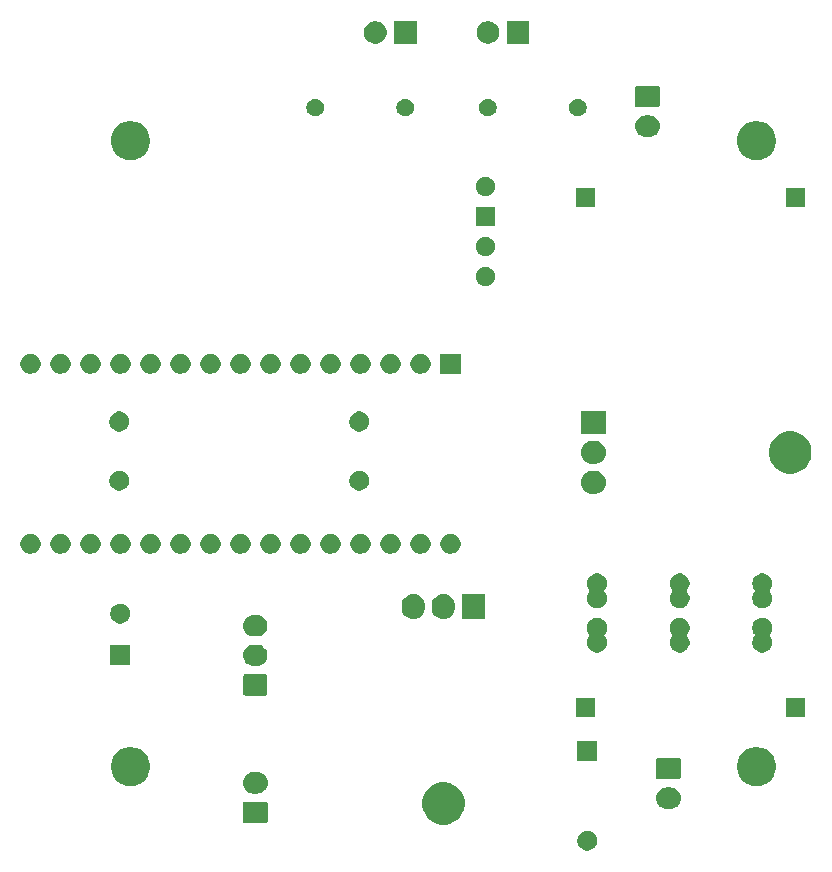
<source format=gbr>
G04 #@! TF.GenerationSoftware,KiCad,Pcbnew,5.1.5*
G04 #@! TF.CreationDate,2020-05-31T22:52:18+02:00*
G04 #@! TF.ProjectId,Levitator,4c657669-7461-4746-9f72-2e6b69636164,rev?*
G04 #@! TF.SameCoordinates,Original*
G04 #@! TF.FileFunction,Soldermask,Top*
G04 #@! TF.FilePolarity,Negative*
%FSLAX46Y46*%
G04 Gerber Fmt 4.6, Leading zero omitted, Abs format (unit mm)*
G04 Created by KiCad (PCBNEW 5.1.5) date 2020-05-31 22:52:18*
%MOMM*%
%LPD*%
G04 APERTURE LIST*
%ADD10C,0.100000*%
G04 APERTURE END LIST*
D10*
G36*
X171290228Y-131147703D02*
G01*
X171445100Y-131211853D01*
X171584481Y-131304985D01*
X171703015Y-131423519D01*
X171796147Y-131562900D01*
X171860297Y-131717772D01*
X171893000Y-131882184D01*
X171893000Y-132049816D01*
X171860297Y-132214228D01*
X171796147Y-132369100D01*
X171703015Y-132508481D01*
X171584481Y-132627015D01*
X171445100Y-132720147D01*
X171290228Y-132784297D01*
X171125816Y-132817000D01*
X170958184Y-132817000D01*
X170793772Y-132784297D01*
X170638900Y-132720147D01*
X170499519Y-132627015D01*
X170380985Y-132508481D01*
X170287853Y-132369100D01*
X170223703Y-132214228D01*
X170191000Y-132049816D01*
X170191000Y-131882184D01*
X170223703Y-131717772D01*
X170287853Y-131562900D01*
X170380985Y-131423519D01*
X170499519Y-131304985D01*
X170638900Y-131211853D01*
X170793772Y-131147703D01*
X170958184Y-131115000D01*
X171125816Y-131115000D01*
X171290228Y-131147703D01*
G37*
G36*
X159375331Y-127082211D02*
G01*
X159703092Y-127217974D01*
X159998070Y-127415072D01*
X160248928Y-127665930D01*
X160446026Y-127960908D01*
X160581789Y-128288669D01*
X160651000Y-128636616D01*
X160651000Y-128991384D01*
X160581789Y-129339331D01*
X160446026Y-129667092D01*
X160248928Y-129962070D01*
X159998070Y-130212928D01*
X159703092Y-130410026D01*
X159375331Y-130545789D01*
X159027384Y-130615000D01*
X158672616Y-130615000D01*
X158324669Y-130545789D01*
X157996908Y-130410026D01*
X157701930Y-130212928D01*
X157451072Y-129962070D01*
X157253974Y-129667092D01*
X157118211Y-129339331D01*
X157049000Y-128991384D01*
X157049000Y-128636616D01*
X157118211Y-128288669D01*
X157253974Y-127960908D01*
X157451072Y-127665930D01*
X157701930Y-127415072D01*
X157996908Y-127217974D01*
X158324669Y-127082211D01*
X158672616Y-127013000D01*
X159027384Y-127013000D01*
X159375331Y-127082211D01*
G37*
G36*
X143833600Y-128682989D02*
G01*
X143866652Y-128693015D01*
X143897103Y-128709292D01*
X143923799Y-128731201D01*
X143945708Y-128757897D01*
X143961985Y-128788348D01*
X143972011Y-128821400D01*
X143976000Y-128861903D01*
X143976000Y-130298097D01*
X143972011Y-130338600D01*
X143961985Y-130371652D01*
X143945708Y-130402103D01*
X143923799Y-130428799D01*
X143897103Y-130450708D01*
X143866652Y-130466985D01*
X143833600Y-130477011D01*
X143793097Y-130481000D01*
X142056903Y-130481000D01*
X142016400Y-130477011D01*
X141983348Y-130466985D01*
X141952897Y-130450708D01*
X141926201Y-130428799D01*
X141904292Y-130402103D01*
X141888015Y-130371652D01*
X141877989Y-130338600D01*
X141874000Y-130298097D01*
X141874000Y-128861903D01*
X141877989Y-128821400D01*
X141888015Y-128788348D01*
X141904292Y-128757897D01*
X141926201Y-128731201D01*
X141952897Y-128709292D01*
X141983348Y-128693015D01*
X142016400Y-128682989D01*
X142056903Y-128679000D01*
X143793097Y-128679000D01*
X143833600Y-128682989D01*
G37*
G36*
X178160442Y-127475518D02*
G01*
X178226627Y-127482037D01*
X178396466Y-127533557D01*
X178552991Y-127617222D01*
X178588729Y-127646552D01*
X178690186Y-127729814D01*
X178773448Y-127831271D01*
X178802778Y-127867009D01*
X178886443Y-128023534D01*
X178937963Y-128193373D01*
X178955359Y-128370000D01*
X178937963Y-128546627D01*
X178891689Y-128699172D01*
X178886442Y-128716468D01*
X178848021Y-128788348D01*
X178802778Y-128872991D01*
X178773448Y-128908729D01*
X178690186Y-129010186D01*
X178588729Y-129093448D01*
X178552991Y-129122778D01*
X178396466Y-129206443D01*
X178226627Y-129257963D01*
X178160442Y-129264482D01*
X178094260Y-129271000D01*
X177705740Y-129271000D01*
X177639558Y-129264482D01*
X177573373Y-129257963D01*
X177403534Y-129206443D01*
X177247009Y-129122778D01*
X177211271Y-129093448D01*
X177109814Y-129010186D01*
X177026552Y-128908729D01*
X176997222Y-128872991D01*
X176951979Y-128788348D01*
X176913558Y-128716468D01*
X176908311Y-128699172D01*
X176862037Y-128546627D01*
X176844641Y-128370000D01*
X176862037Y-128193373D01*
X176913557Y-128023534D01*
X176997222Y-127867009D01*
X177026552Y-127831271D01*
X177109814Y-127729814D01*
X177211271Y-127646552D01*
X177247009Y-127617222D01*
X177403534Y-127533557D01*
X177573373Y-127482037D01*
X177639558Y-127475518D01*
X177705740Y-127469000D01*
X178094260Y-127469000D01*
X178160442Y-127475518D01*
G37*
G36*
X143185442Y-126185518D02*
G01*
X143251627Y-126192037D01*
X143421466Y-126243557D01*
X143577991Y-126327222D01*
X143613729Y-126356552D01*
X143715186Y-126439814D01*
X143798448Y-126541271D01*
X143827778Y-126577009D01*
X143827779Y-126577011D01*
X143889298Y-126692103D01*
X143911443Y-126733534D01*
X143962963Y-126903373D01*
X143980359Y-127080000D01*
X143962963Y-127256627D01*
X143911443Y-127426466D01*
X143827778Y-127582991D01*
X143799686Y-127617221D01*
X143715186Y-127720186D01*
X143613729Y-127803448D01*
X143577991Y-127832778D01*
X143421466Y-127916443D01*
X143251627Y-127967963D01*
X143185442Y-127974482D01*
X143119260Y-127981000D01*
X142730740Y-127981000D01*
X142664558Y-127974482D01*
X142598373Y-127967963D01*
X142428534Y-127916443D01*
X142272009Y-127832778D01*
X142236271Y-127803448D01*
X142134814Y-127720186D01*
X142050314Y-127617221D01*
X142022222Y-127582991D01*
X141938557Y-127426466D01*
X141887037Y-127256627D01*
X141869641Y-127080000D01*
X141887037Y-126903373D01*
X141938557Y-126733534D01*
X141960703Y-126692103D01*
X142022221Y-126577011D01*
X142022222Y-126577009D01*
X142051552Y-126541271D01*
X142134814Y-126439814D01*
X142236271Y-126356552D01*
X142272009Y-126327222D01*
X142428534Y-126243557D01*
X142598373Y-126192037D01*
X142664558Y-126185518D01*
X142730740Y-126179000D01*
X143119260Y-126179000D01*
X143185442Y-126185518D01*
G37*
G36*
X132725256Y-124091298D02*
G01*
X132831579Y-124112447D01*
X133132042Y-124236903D01*
X133402451Y-124417585D01*
X133632415Y-124647549D01*
X133632416Y-124647551D01*
X133813098Y-124917960D01*
X133840045Y-124983015D01*
X133937553Y-125218421D01*
X134001000Y-125537391D01*
X134001000Y-125862609D01*
X133937553Y-126181579D01*
X133849550Y-126394037D01*
X133830589Y-126439814D01*
X133813097Y-126482042D01*
X133632415Y-126752451D01*
X133402451Y-126982415D01*
X133132042Y-127163097D01*
X132831579Y-127287553D01*
X132725256Y-127308702D01*
X132512611Y-127351000D01*
X132187389Y-127351000D01*
X131974744Y-127308702D01*
X131868421Y-127287553D01*
X131567958Y-127163097D01*
X131297549Y-126982415D01*
X131067585Y-126752451D01*
X130886903Y-126482042D01*
X130869412Y-126439814D01*
X130850450Y-126394037D01*
X130762447Y-126181579D01*
X130699000Y-125862609D01*
X130699000Y-125537391D01*
X130762447Y-125218421D01*
X130859955Y-124983015D01*
X130886902Y-124917960D01*
X131067584Y-124647551D01*
X131067585Y-124647549D01*
X131297549Y-124417585D01*
X131567958Y-124236903D01*
X131868421Y-124112447D01*
X131974744Y-124091298D01*
X132187389Y-124049000D01*
X132512611Y-124049000D01*
X132725256Y-124091298D01*
G37*
G36*
X185725256Y-124091298D02*
G01*
X185831579Y-124112447D01*
X186132042Y-124236903D01*
X186402451Y-124417585D01*
X186632415Y-124647549D01*
X186632416Y-124647551D01*
X186813098Y-124917960D01*
X186840045Y-124983015D01*
X186937553Y-125218421D01*
X187001000Y-125537391D01*
X187001000Y-125862609D01*
X186937553Y-126181579D01*
X186849550Y-126394037D01*
X186830589Y-126439814D01*
X186813097Y-126482042D01*
X186632415Y-126752451D01*
X186402451Y-126982415D01*
X186132042Y-127163097D01*
X185831579Y-127287553D01*
X185725256Y-127308702D01*
X185512611Y-127351000D01*
X185187389Y-127351000D01*
X184974744Y-127308702D01*
X184868421Y-127287553D01*
X184567958Y-127163097D01*
X184297549Y-126982415D01*
X184067585Y-126752451D01*
X183886903Y-126482042D01*
X183869412Y-126439814D01*
X183850450Y-126394037D01*
X183762447Y-126181579D01*
X183699000Y-125862609D01*
X183699000Y-125537391D01*
X183762447Y-125218421D01*
X183859955Y-124983015D01*
X183886902Y-124917960D01*
X184067584Y-124647551D01*
X184067585Y-124647549D01*
X184297549Y-124417585D01*
X184567958Y-124236903D01*
X184868421Y-124112447D01*
X184974744Y-124091298D01*
X185187389Y-124049000D01*
X185512611Y-124049000D01*
X185725256Y-124091298D01*
G37*
G36*
X178808600Y-124972989D02*
G01*
X178841652Y-124983015D01*
X178872103Y-124999292D01*
X178898799Y-125021201D01*
X178920708Y-125047897D01*
X178936985Y-125078348D01*
X178947011Y-125111400D01*
X178951000Y-125151903D01*
X178951000Y-126588097D01*
X178947011Y-126628600D01*
X178936985Y-126661652D01*
X178920708Y-126692103D01*
X178898799Y-126718799D01*
X178872103Y-126740708D01*
X178841652Y-126756985D01*
X178808600Y-126767011D01*
X178768097Y-126771000D01*
X177031903Y-126771000D01*
X176991400Y-126767011D01*
X176958348Y-126756985D01*
X176927897Y-126740708D01*
X176901201Y-126718799D01*
X176879292Y-126692103D01*
X176863015Y-126661652D01*
X176852989Y-126628600D01*
X176849000Y-126588097D01*
X176849000Y-125151903D01*
X176852989Y-125111400D01*
X176863015Y-125078348D01*
X176879292Y-125047897D01*
X176901201Y-125021201D01*
X176927897Y-124999292D01*
X176958348Y-124983015D01*
X176991400Y-124972989D01*
X177031903Y-124969000D01*
X178768097Y-124969000D01*
X178808600Y-124972989D01*
G37*
G36*
X171893000Y-125197000D02*
G01*
X170191000Y-125197000D01*
X170191000Y-123495000D01*
X171893000Y-123495000D01*
X171893000Y-125197000D01*
G37*
G36*
X171678000Y-121503000D02*
G01*
X170052000Y-121503000D01*
X170052000Y-119877000D01*
X171678000Y-119877000D01*
X171678000Y-121503000D01*
G37*
G36*
X189458000Y-121503000D02*
G01*
X187832000Y-121503000D01*
X187832000Y-119877000D01*
X189458000Y-119877000D01*
X189458000Y-121503000D01*
G37*
G36*
X143808600Y-117887989D02*
G01*
X143841652Y-117898015D01*
X143872103Y-117914292D01*
X143898799Y-117936201D01*
X143920708Y-117962897D01*
X143936985Y-117993348D01*
X143947011Y-118026400D01*
X143951000Y-118066903D01*
X143951000Y-119503097D01*
X143947011Y-119543600D01*
X143936985Y-119576652D01*
X143920708Y-119607103D01*
X143898799Y-119633799D01*
X143872103Y-119655708D01*
X143841652Y-119671985D01*
X143808600Y-119682011D01*
X143768097Y-119686000D01*
X142081903Y-119686000D01*
X142041400Y-119682011D01*
X142008348Y-119671985D01*
X141977897Y-119655708D01*
X141951201Y-119633799D01*
X141929292Y-119607103D01*
X141913015Y-119576652D01*
X141902989Y-119543600D01*
X141899000Y-119503097D01*
X141899000Y-118066903D01*
X141902989Y-118026400D01*
X141913015Y-117993348D01*
X141929292Y-117962897D01*
X141951201Y-117936201D01*
X141977897Y-117914292D01*
X142008348Y-117898015D01*
X142041400Y-117887989D01*
X142081903Y-117884000D01*
X143768097Y-117884000D01*
X143808600Y-117887989D01*
G37*
G36*
X143160442Y-115390518D02*
G01*
X143226627Y-115397037D01*
X143396466Y-115448557D01*
X143552991Y-115532222D01*
X143588729Y-115561552D01*
X143690186Y-115644814D01*
X143770337Y-115742480D01*
X143802778Y-115782009D01*
X143886443Y-115938534D01*
X143937963Y-116108373D01*
X143955359Y-116285000D01*
X143937963Y-116461627D01*
X143886443Y-116631466D01*
X143802778Y-116787991D01*
X143773448Y-116823729D01*
X143690186Y-116925186D01*
X143588729Y-117008448D01*
X143552991Y-117037778D01*
X143396466Y-117121443D01*
X143226627Y-117172963D01*
X143160442Y-117179482D01*
X143094260Y-117186000D01*
X142755740Y-117186000D01*
X142689558Y-117179482D01*
X142623373Y-117172963D01*
X142453534Y-117121443D01*
X142297009Y-117037778D01*
X142261271Y-117008448D01*
X142159814Y-116925186D01*
X142076552Y-116823729D01*
X142047222Y-116787991D01*
X141963557Y-116631466D01*
X141912037Y-116461627D01*
X141894641Y-116285000D01*
X141912037Y-116108373D01*
X141963557Y-115938534D01*
X142047222Y-115782009D01*
X142079663Y-115742480D01*
X142159814Y-115644814D01*
X142261271Y-115561552D01*
X142297009Y-115532222D01*
X142453534Y-115448557D01*
X142623373Y-115397037D01*
X142689558Y-115390518D01*
X142755740Y-115384000D01*
X143094260Y-115384000D01*
X143160442Y-115390518D01*
G37*
G36*
X132346000Y-117096000D02*
G01*
X130644000Y-117096000D01*
X130644000Y-115394000D01*
X132346000Y-115394000D01*
X132346000Y-117096000D01*
G37*
G36*
X186098228Y-113131703D02*
G01*
X186253100Y-113195853D01*
X186392481Y-113288985D01*
X186511015Y-113407519D01*
X186604147Y-113546900D01*
X186668297Y-113701772D01*
X186701000Y-113866184D01*
X186701000Y-114033816D01*
X186668297Y-114198228D01*
X186604147Y-114353100D01*
X186511015Y-114492481D01*
X186511011Y-114492485D01*
X186506404Y-114499380D01*
X186501338Y-114505554D01*
X186489787Y-114527165D01*
X186482674Y-114550614D01*
X186480272Y-114575000D01*
X186482674Y-114599386D01*
X186489787Y-114622835D01*
X186501338Y-114644446D01*
X186506404Y-114650620D01*
X186511011Y-114657515D01*
X186511015Y-114657519D01*
X186604147Y-114796900D01*
X186668297Y-114951772D01*
X186701000Y-115116184D01*
X186701000Y-115283816D01*
X186668297Y-115448228D01*
X186604147Y-115603100D01*
X186511015Y-115742481D01*
X186392481Y-115861015D01*
X186253100Y-115954147D01*
X186098228Y-116018297D01*
X185933816Y-116051000D01*
X185766184Y-116051000D01*
X185601772Y-116018297D01*
X185446900Y-115954147D01*
X185307519Y-115861015D01*
X185188985Y-115742481D01*
X185095853Y-115603100D01*
X185031703Y-115448228D01*
X184999000Y-115283816D01*
X184999000Y-115116184D01*
X185031703Y-114951772D01*
X185095853Y-114796900D01*
X185188985Y-114657519D01*
X185188989Y-114657515D01*
X185193596Y-114650620D01*
X185198662Y-114644446D01*
X185210213Y-114622835D01*
X185217326Y-114599386D01*
X185219728Y-114575000D01*
X185217326Y-114550614D01*
X185210213Y-114527165D01*
X185198662Y-114505554D01*
X185193596Y-114499380D01*
X185188989Y-114492485D01*
X185188985Y-114492481D01*
X185095853Y-114353100D01*
X185031703Y-114198228D01*
X184999000Y-114033816D01*
X184999000Y-113866184D01*
X185031703Y-113701772D01*
X185095853Y-113546900D01*
X185188985Y-113407519D01*
X185307519Y-113288985D01*
X185446900Y-113195853D01*
X185601772Y-113131703D01*
X185766184Y-113099000D01*
X185933816Y-113099000D01*
X186098228Y-113131703D01*
G37*
G36*
X179098228Y-113131703D02*
G01*
X179253100Y-113195853D01*
X179392481Y-113288985D01*
X179511015Y-113407519D01*
X179604147Y-113546900D01*
X179668297Y-113701772D01*
X179701000Y-113866184D01*
X179701000Y-114033816D01*
X179668297Y-114198228D01*
X179604147Y-114353100D01*
X179511015Y-114492481D01*
X179511011Y-114492485D01*
X179506404Y-114499380D01*
X179501338Y-114505554D01*
X179489787Y-114527165D01*
X179482674Y-114550614D01*
X179480272Y-114575000D01*
X179482674Y-114599386D01*
X179489787Y-114622835D01*
X179501338Y-114644446D01*
X179506404Y-114650620D01*
X179511011Y-114657515D01*
X179511015Y-114657519D01*
X179604147Y-114796900D01*
X179668297Y-114951772D01*
X179701000Y-115116184D01*
X179701000Y-115283816D01*
X179668297Y-115448228D01*
X179604147Y-115603100D01*
X179511015Y-115742481D01*
X179392481Y-115861015D01*
X179253100Y-115954147D01*
X179098228Y-116018297D01*
X178933816Y-116051000D01*
X178766184Y-116051000D01*
X178601772Y-116018297D01*
X178446900Y-115954147D01*
X178307519Y-115861015D01*
X178188985Y-115742481D01*
X178095853Y-115603100D01*
X178031703Y-115448228D01*
X177999000Y-115283816D01*
X177999000Y-115116184D01*
X178031703Y-114951772D01*
X178095853Y-114796900D01*
X178188985Y-114657519D01*
X178188989Y-114657515D01*
X178193596Y-114650620D01*
X178198662Y-114644446D01*
X178210213Y-114622835D01*
X178217326Y-114599386D01*
X178219728Y-114575000D01*
X178217326Y-114550614D01*
X178210213Y-114527165D01*
X178198662Y-114505554D01*
X178193596Y-114499380D01*
X178188989Y-114492485D01*
X178188985Y-114492481D01*
X178095853Y-114353100D01*
X178031703Y-114198228D01*
X177999000Y-114033816D01*
X177999000Y-113866184D01*
X178031703Y-113701772D01*
X178095853Y-113546900D01*
X178188985Y-113407519D01*
X178307519Y-113288985D01*
X178446900Y-113195853D01*
X178601772Y-113131703D01*
X178766184Y-113099000D01*
X178933816Y-113099000D01*
X179098228Y-113131703D01*
G37*
G36*
X172098228Y-113131703D02*
G01*
X172253100Y-113195853D01*
X172392481Y-113288985D01*
X172511015Y-113407519D01*
X172604147Y-113546900D01*
X172668297Y-113701772D01*
X172701000Y-113866184D01*
X172701000Y-114033816D01*
X172668297Y-114198228D01*
X172604147Y-114353100D01*
X172511015Y-114492481D01*
X172511011Y-114492485D01*
X172506404Y-114499380D01*
X172501338Y-114505554D01*
X172489787Y-114527165D01*
X172482674Y-114550614D01*
X172480272Y-114575000D01*
X172482674Y-114599386D01*
X172489787Y-114622835D01*
X172501338Y-114644446D01*
X172506404Y-114650620D01*
X172511011Y-114657515D01*
X172511015Y-114657519D01*
X172604147Y-114796900D01*
X172668297Y-114951772D01*
X172701000Y-115116184D01*
X172701000Y-115283816D01*
X172668297Y-115448228D01*
X172604147Y-115603100D01*
X172511015Y-115742481D01*
X172392481Y-115861015D01*
X172253100Y-115954147D01*
X172098228Y-116018297D01*
X171933816Y-116051000D01*
X171766184Y-116051000D01*
X171601772Y-116018297D01*
X171446900Y-115954147D01*
X171307519Y-115861015D01*
X171188985Y-115742481D01*
X171095853Y-115603100D01*
X171031703Y-115448228D01*
X170999000Y-115283816D01*
X170999000Y-115116184D01*
X171031703Y-114951772D01*
X171095853Y-114796900D01*
X171188985Y-114657519D01*
X171188989Y-114657515D01*
X171193596Y-114650620D01*
X171198662Y-114644446D01*
X171210213Y-114622835D01*
X171217326Y-114599386D01*
X171219728Y-114575000D01*
X171217326Y-114550614D01*
X171210213Y-114527165D01*
X171198662Y-114505554D01*
X171193596Y-114499380D01*
X171188989Y-114492485D01*
X171188985Y-114492481D01*
X171095853Y-114353100D01*
X171031703Y-114198228D01*
X170999000Y-114033816D01*
X170999000Y-113866184D01*
X171031703Y-113701772D01*
X171095853Y-113546900D01*
X171188985Y-113407519D01*
X171307519Y-113288985D01*
X171446900Y-113195853D01*
X171601772Y-113131703D01*
X171766184Y-113099000D01*
X171933816Y-113099000D01*
X172098228Y-113131703D01*
G37*
G36*
X143160443Y-112890519D02*
G01*
X143226627Y-112897037D01*
X143396466Y-112948557D01*
X143552991Y-113032222D01*
X143562367Y-113039917D01*
X143690186Y-113144814D01*
X143773448Y-113246271D01*
X143802778Y-113282009D01*
X143886443Y-113438534D01*
X143937963Y-113608373D01*
X143955359Y-113785000D01*
X143937963Y-113961627D01*
X143886443Y-114131466D01*
X143802778Y-114287991D01*
X143773448Y-114323729D01*
X143690186Y-114425186D01*
X143599779Y-114499380D01*
X143552991Y-114537778D01*
X143396466Y-114621443D01*
X143226627Y-114672963D01*
X143160442Y-114679482D01*
X143094260Y-114686000D01*
X142755740Y-114686000D01*
X142689558Y-114679482D01*
X142623373Y-114672963D01*
X142453534Y-114621443D01*
X142297009Y-114537778D01*
X142250221Y-114499380D01*
X142159814Y-114425186D01*
X142076552Y-114323729D01*
X142047222Y-114287991D01*
X141963557Y-114131466D01*
X141912037Y-113961627D01*
X141894641Y-113785000D01*
X141912037Y-113608373D01*
X141963557Y-113438534D01*
X142047222Y-113282009D01*
X142076552Y-113246271D01*
X142159814Y-113144814D01*
X142287633Y-113039917D01*
X142297009Y-113032222D01*
X142453534Y-112948557D01*
X142623373Y-112897037D01*
X142689557Y-112890519D01*
X142755740Y-112884000D01*
X143094260Y-112884000D01*
X143160443Y-112890519D01*
G37*
G36*
X131743228Y-111926703D02*
G01*
X131898100Y-111990853D01*
X132037481Y-112083985D01*
X132156015Y-112202519D01*
X132249147Y-112341900D01*
X132313297Y-112496772D01*
X132346000Y-112661184D01*
X132346000Y-112828816D01*
X132313297Y-112993228D01*
X132249147Y-113148100D01*
X132156015Y-113287481D01*
X132037481Y-113406015D01*
X131898100Y-113499147D01*
X131743228Y-113563297D01*
X131578816Y-113596000D01*
X131411184Y-113596000D01*
X131246772Y-113563297D01*
X131091900Y-113499147D01*
X130952519Y-113406015D01*
X130833985Y-113287481D01*
X130740853Y-113148100D01*
X130676703Y-112993228D01*
X130644000Y-112828816D01*
X130644000Y-112661184D01*
X130676703Y-112496772D01*
X130740853Y-112341900D01*
X130833985Y-112202519D01*
X130952519Y-112083985D01*
X131091900Y-111990853D01*
X131246772Y-111926703D01*
X131411184Y-111894000D01*
X131578816Y-111894000D01*
X131743228Y-111926703D01*
G37*
G36*
X156506720Y-111117520D02*
G01*
X156695881Y-111174901D01*
X156870212Y-111268083D01*
X157023015Y-111393485D01*
X157148417Y-111546288D01*
X157192182Y-111628167D01*
X157241598Y-111720617D01*
X157241599Y-111720620D01*
X157298980Y-111909781D01*
X157313500Y-112057207D01*
X157313500Y-112250794D01*
X157298980Y-112398220D01*
X157241599Y-112587381D01*
X157148417Y-112761712D01*
X157023015Y-112914515D01*
X156870212Y-113039917D01*
X156788333Y-113083682D01*
X156695883Y-113133098D01*
X156695880Y-113133099D01*
X156506719Y-113190480D01*
X156310000Y-113209855D01*
X156113280Y-113190480D01*
X155924119Y-113133099D01*
X155749788Y-113039917D01*
X155596985Y-112914515D01*
X155471583Y-112761712D01*
X155417850Y-112661184D01*
X155378402Y-112587383D01*
X155350916Y-112496772D01*
X155321020Y-112398219D01*
X155306500Y-112250793D01*
X155306500Y-112057206D01*
X155321020Y-111909780D01*
X155378401Y-111720619D01*
X155471583Y-111546288D01*
X155596985Y-111393485D01*
X155749788Y-111268083D01*
X155924120Y-111174901D01*
X156113281Y-111117520D01*
X156310000Y-111098145D01*
X156506720Y-111117520D01*
G37*
G36*
X159046720Y-111117520D02*
G01*
X159235881Y-111174901D01*
X159410212Y-111268083D01*
X159563015Y-111393485D01*
X159688417Y-111546288D01*
X159732182Y-111628167D01*
X159781598Y-111720617D01*
X159781599Y-111720620D01*
X159838980Y-111909781D01*
X159853500Y-112057207D01*
X159853500Y-112250794D01*
X159838980Y-112398220D01*
X159781599Y-112587381D01*
X159688417Y-112761712D01*
X159563015Y-112914515D01*
X159410212Y-113039917D01*
X159328333Y-113083682D01*
X159235883Y-113133098D01*
X159235880Y-113133099D01*
X159046719Y-113190480D01*
X158850000Y-113209855D01*
X158653280Y-113190480D01*
X158464119Y-113133099D01*
X158289788Y-113039917D01*
X158136985Y-112914515D01*
X158011583Y-112761712D01*
X157957850Y-112661184D01*
X157918402Y-112587383D01*
X157890916Y-112496772D01*
X157861020Y-112398219D01*
X157846500Y-112250793D01*
X157846500Y-112057206D01*
X157861020Y-111909780D01*
X157918401Y-111720619D01*
X158011583Y-111546288D01*
X158136985Y-111393485D01*
X158289788Y-111268083D01*
X158464120Y-111174901D01*
X158653281Y-111117520D01*
X158850000Y-111098145D01*
X159046720Y-111117520D01*
G37*
G36*
X162393500Y-113205000D02*
G01*
X160386500Y-113205000D01*
X160386500Y-111103000D01*
X162393500Y-111103000D01*
X162393500Y-113205000D01*
G37*
G36*
X179098228Y-109381703D02*
G01*
X179253100Y-109445853D01*
X179392481Y-109538985D01*
X179511015Y-109657519D01*
X179604147Y-109796900D01*
X179668297Y-109951772D01*
X179701000Y-110116184D01*
X179701000Y-110283816D01*
X179668297Y-110448228D01*
X179604147Y-110603100D01*
X179511015Y-110742481D01*
X179511011Y-110742485D01*
X179506404Y-110749380D01*
X179501338Y-110755554D01*
X179489787Y-110777165D01*
X179482674Y-110800614D01*
X179480272Y-110825000D01*
X179482674Y-110849386D01*
X179489787Y-110872835D01*
X179501338Y-110894446D01*
X179506404Y-110900620D01*
X179511011Y-110907515D01*
X179511015Y-110907519D01*
X179604147Y-111046900D01*
X179668297Y-111201772D01*
X179701000Y-111366184D01*
X179701000Y-111533816D01*
X179668297Y-111698228D01*
X179604147Y-111853100D01*
X179511015Y-111992481D01*
X179392481Y-112111015D01*
X179253100Y-112204147D01*
X179098228Y-112268297D01*
X178933816Y-112301000D01*
X178766184Y-112301000D01*
X178601772Y-112268297D01*
X178446900Y-112204147D01*
X178307519Y-112111015D01*
X178188985Y-111992481D01*
X178095853Y-111853100D01*
X178031703Y-111698228D01*
X177999000Y-111533816D01*
X177999000Y-111366184D01*
X178031703Y-111201772D01*
X178095853Y-111046900D01*
X178188985Y-110907519D01*
X178188989Y-110907515D01*
X178193596Y-110900620D01*
X178198662Y-110894446D01*
X178210213Y-110872835D01*
X178217326Y-110849386D01*
X178219728Y-110825000D01*
X178217326Y-110800614D01*
X178210213Y-110777165D01*
X178198662Y-110755554D01*
X178193596Y-110749380D01*
X178188989Y-110742485D01*
X178188985Y-110742481D01*
X178095853Y-110603100D01*
X178031703Y-110448228D01*
X177999000Y-110283816D01*
X177999000Y-110116184D01*
X178031703Y-109951772D01*
X178095853Y-109796900D01*
X178188985Y-109657519D01*
X178307519Y-109538985D01*
X178446900Y-109445853D01*
X178601772Y-109381703D01*
X178766184Y-109349000D01*
X178933816Y-109349000D01*
X179098228Y-109381703D01*
G37*
G36*
X172098228Y-109381703D02*
G01*
X172253100Y-109445853D01*
X172392481Y-109538985D01*
X172511015Y-109657519D01*
X172604147Y-109796900D01*
X172668297Y-109951772D01*
X172701000Y-110116184D01*
X172701000Y-110283816D01*
X172668297Y-110448228D01*
X172604147Y-110603100D01*
X172511015Y-110742481D01*
X172511011Y-110742485D01*
X172506404Y-110749380D01*
X172501338Y-110755554D01*
X172489787Y-110777165D01*
X172482674Y-110800614D01*
X172480272Y-110825000D01*
X172482674Y-110849386D01*
X172489787Y-110872835D01*
X172501338Y-110894446D01*
X172506404Y-110900620D01*
X172511011Y-110907515D01*
X172511015Y-110907519D01*
X172604147Y-111046900D01*
X172668297Y-111201772D01*
X172701000Y-111366184D01*
X172701000Y-111533816D01*
X172668297Y-111698228D01*
X172604147Y-111853100D01*
X172511015Y-111992481D01*
X172392481Y-112111015D01*
X172253100Y-112204147D01*
X172098228Y-112268297D01*
X171933816Y-112301000D01*
X171766184Y-112301000D01*
X171601772Y-112268297D01*
X171446900Y-112204147D01*
X171307519Y-112111015D01*
X171188985Y-111992481D01*
X171095853Y-111853100D01*
X171031703Y-111698228D01*
X170999000Y-111533816D01*
X170999000Y-111366184D01*
X171031703Y-111201772D01*
X171095853Y-111046900D01*
X171188985Y-110907519D01*
X171188989Y-110907515D01*
X171193596Y-110900620D01*
X171198662Y-110894446D01*
X171210213Y-110872835D01*
X171217326Y-110849386D01*
X171219728Y-110825000D01*
X171217326Y-110800614D01*
X171210213Y-110777165D01*
X171198662Y-110755554D01*
X171193596Y-110749380D01*
X171188989Y-110742485D01*
X171188985Y-110742481D01*
X171095853Y-110603100D01*
X171031703Y-110448228D01*
X170999000Y-110283816D01*
X170999000Y-110116184D01*
X171031703Y-109951772D01*
X171095853Y-109796900D01*
X171188985Y-109657519D01*
X171307519Y-109538985D01*
X171446900Y-109445853D01*
X171601772Y-109381703D01*
X171766184Y-109349000D01*
X171933816Y-109349000D01*
X172098228Y-109381703D01*
G37*
G36*
X186098228Y-109381703D02*
G01*
X186253100Y-109445853D01*
X186392481Y-109538985D01*
X186511015Y-109657519D01*
X186604147Y-109796900D01*
X186668297Y-109951772D01*
X186701000Y-110116184D01*
X186701000Y-110283816D01*
X186668297Y-110448228D01*
X186604147Y-110603100D01*
X186511015Y-110742481D01*
X186511011Y-110742485D01*
X186506404Y-110749380D01*
X186501338Y-110755554D01*
X186489787Y-110777165D01*
X186482674Y-110800614D01*
X186480272Y-110825000D01*
X186482674Y-110849386D01*
X186489787Y-110872835D01*
X186501338Y-110894446D01*
X186506404Y-110900620D01*
X186511011Y-110907515D01*
X186511015Y-110907519D01*
X186604147Y-111046900D01*
X186668297Y-111201772D01*
X186701000Y-111366184D01*
X186701000Y-111533816D01*
X186668297Y-111698228D01*
X186604147Y-111853100D01*
X186511015Y-111992481D01*
X186392481Y-112111015D01*
X186253100Y-112204147D01*
X186098228Y-112268297D01*
X185933816Y-112301000D01*
X185766184Y-112301000D01*
X185601772Y-112268297D01*
X185446900Y-112204147D01*
X185307519Y-112111015D01*
X185188985Y-111992481D01*
X185095853Y-111853100D01*
X185031703Y-111698228D01*
X184999000Y-111533816D01*
X184999000Y-111366184D01*
X185031703Y-111201772D01*
X185095853Y-111046900D01*
X185188985Y-110907519D01*
X185188989Y-110907515D01*
X185193596Y-110900620D01*
X185198662Y-110894446D01*
X185210213Y-110872835D01*
X185217326Y-110849386D01*
X185219728Y-110825000D01*
X185217326Y-110800614D01*
X185210213Y-110777165D01*
X185198662Y-110755554D01*
X185193596Y-110749380D01*
X185188989Y-110742485D01*
X185188985Y-110742481D01*
X185095853Y-110603100D01*
X185031703Y-110448228D01*
X184999000Y-110283816D01*
X184999000Y-110116184D01*
X185031703Y-109951772D01*
X185095853Y-109796900D01*
X185188985Y-109657519D01*
X185307519Y-109538985D01*
X185446900Y-109445853D01*
X185601772Y-109381703D01*
X185766184Y-109349000D01*
X185933816Y-109349000D01*
X186098228Y-109381703D01*
G37*
G36*
X152078228Y-106021703D02*
G01*
X152233100Y-106085853D01*
X152372481Y-106178985D01*
X152491015Y-106297519D01*
X152584147Y-106436900D01*
X152648297Y-106591772D01*
X152681000Y-106756184D01*
X152681000Y-106923816D01*
X152648297Y-107088228D01*
X152584147Y-107243100D01*
X152491015Y-107382481D01*
X152372481Y-107501015D01*
X152233100Y-107594147D01*
X152078228Y-107658297D01*
X151913816Y-107691000D01*
X151746184Y-107691000D01*
X151581772Y-107658297D01*
X151426900Y-107594147D01*
X151287519Y-107501015D01*
X151168985Y-107382481D01*
X151075853Y-107243100D01*
X151011703Y-107088228D01*
X150979000Y-106923816D01*
X150979000Y-106756184D01*
X151011703Y-106591772D01*
X151075853Y-106436900D01*
X151168985Y-106297519D01*
X151287519Y-106178985D01*
X151426900Y-106085853D01*
X151581772Y-106021703D01*
X151746184Y-105989000D01*
X151913816Y-105989000D01*
X152078228Y-106021703D01*
G37*
G36*
X141918228Y-106021703D02*
G01*
X142073100Y-106085853D01*
X142212481Y-106178985D01*
X142331015Y-106297519D01*
X142424147Y-106436900D01*
X142488297Y-106591772D01*
X142521000Y-106756184D01*
X142521000Y-106923816D01*
X142488297Y-107088228D01*
X142424147Y-107243100D01*
X142331015Y-107382481D01*
X142212481Y-107501015D01*
X142073100Y-107594147D01*
X141918228Y-107658297D01*
X141753816Y-107691000D01*
X141586184Y-107691000D01*
X141421772Y-107658297D01*
X141266900Y-107594147D01*
X141127519Y-107501015D01*
X141008985Y-107382481D01*
X140915853Y-107243100D01*
X140851703Y-107088228D01*
X140819000Y-106923816D01*
X140819000Y-106756184D01*
X140851703Y-106591772D01*
X140915853Y-106436900D01*
X141008985Y-106297519D01*
X141127519Y-106178985D01*
X141266900Y-106085853D01*
X141421772Y-106021703D01*
X141586184Y-105989000D01*
X141753816Y-105989000D01*
X141918228Y-106021703D01*
G37*
G36*
X139378228Y-106021703D02*
G01*
X139533100Y-106085853D01*
X139672481Y-106178985D01*
X139791015Y-106297519D01*
X139884147Y-106436900D01*
X139948297Y-106591772D01*
X139981000Y-106756184D01*
X139981000Y-106923816D01*
X139948297Y-107088228D01*
X139884147Y-107243100D01*
X139791015Y-107382481D01*
X139672481Y-107501015D01*
X139533100Y-107594147D01*
X139378228Y-107658297D01*
X139213816Y-107691000D01*
X139046184Y-107691000D01*
X138881772Y-107658297D01*
X138726900Y-107594147D01*
X138587519Y-107501015D01*
X138468985Y-107382481D01*
X138375853Y-107243100D01*
X138311703Y-107088228D01*
X138279000Y-106923816D01*
X138279000Y-106756184D01*
X138311703Y-106591772D01*
X138375853Y-106436900D01*
X138468985Y-106297519D01*
X138587519Y-106178985D01*
X138726900Y-106085853D01*
X138881772Y-106021703D01*
X139046184Y-105989000D01*
X139213816Y-105989000D01*
X139378228Y-106021703D01*
G37*
G36*
X136838228Y-106021703D02*
G01*
X136993100Y-106085853D01*
X137132481Y-106178985D01*
X137251015Y-106297519D01*
X137344147Y-106436900D01*
X137408297Y-106591772D01*
X137441000Y-106756184D01*
X137441000Y-106923816D01*
X137408297Y-107088228D01*
X137344147Y-107243100D01*
X137251015Y-107382481D01*
X137132481Y-107501015D01*
X136993100Y-107594147D01*
X136838228Y-107658297D01*
X136673816Y-107691000D01*
X136506184Y-107691000D01*
X136341772Y-107658297D01*
X136186900Y-107594147D01*
X136047519Y-107501015D01*
X135928985Y-107382481D01*
X135835853Y-107243100D01*
X135771703Y-107088228D01*
X135739000Y-106923816D01*
X135739000Y-106756184D01*
X135771703Y-106591772D01*
X135835853Y-106436900D01*
X135928985Y-106297519D01*
X136047519Y-106178985D01*
X136186900Y-106085853D01*
X136341772Y-106021703D01*
X136506184Y-105989000D01*
X136673816Y-105989000D01*
X136838228Y-106021703D01*
G37*
G36*
X134298228Y-106021703D02*
G01*
X134453100Y-106085853D01*
X134592481Y-106178985D01*
X134711015Y-106297519D01*
X134804147Y-106436900D01*
X134868297Y-106591772D01*
X134901000Y-106756184D01*
X134901000Y-106923816D01*
X134868297Y-107088228D01*
X134804147Y-107243100D01*
X134711015Y-107382481D01*
X134592481Y-107501015D01*
X134453100Y-107594147D01*
X134298228Y-107658297D01*
X134133816Y-107691000D01*
X133966184Y-107691000D01*
X133801772Y-107658297D01*
X133646900Y-107594147D01*
X133507519Y-107501015D01*
X133388985Y-107382481D01*
X133295853Y-107243100D01*
X133231703Y-107088228D01*
X133199000Y-106923816D01*
X133199000Y-106756184D01*
X133231703Y-106591772D01*
X133295853Y-106436900D01*
X133388985Y-106297519D01*
X133507519Y-106178985D01*
X133646900Y-106085853D01*
X133801772Y-106021703D01*
X133966184Y-105989000D01*
X134133816Y-105989000D01*
X134298228Y-106021703D01*
G37*
G36*
X131758228Y-106021703D02*
G01*
X131913100Y-106085853D01*
X132052481Y-106178985D01*
X132171015Y-106297519D01*
X132264147Y-106436900D01*
X132328297Y-106591772D01*
X132361000Y-106756184D01*
X132361000Y-106923816D01*
X132328297Y-107088228D01*
X132264147Y-107243100D01*
X132171015Y-107382481D01*
X132052481Y-107501015D01*
X131913100Y-107594147D01*
X131758228Y-107658297D01*
X131593816Y-107691000D01*
X131426184Y-107691000D01*
X131261772Y-107658297D01*
X131106900Y-107594147D01*
X130967519Y-107501015D01*
X130848985Y-107382481D01*
X130755853Y-107243100D01*
X130691703Y-107088228D01*
X130659000Y-106923816D01*
X130659000Y-106756184D01*
X130691703Y-106591772D01*
X130755853Y-106436900D01*
X130848985Y-106297519D01*
X130967519Y-106178985D01*
X131106900Y-106085853D01*
X131261772Y-106021703D01*
X131426184Y-105989000D01*
X131593816Y-105989000D01*
X131758228Y-106021703D01*
G37*
G36*
X129218228Y-106021703D02*
G01*
X129373100Y-106085853D01*
X129512481Y-106178985D01*
X129631015Y-106297519D01*
X129724147Y-106436900D01*
X129788297Y-106591772D01*
X129821000Y-106756184D01*
X129821000Y-106923816D01*
X129788297Y-107088228D01*
X129724147Y-107243100D01*
X129631015Y-107382481D01*
X129512481Y-107501015D01*
X129373100Y-107594147D01*
X129218228Y-107658297D01*
X129053816Y-107691000D01*
X128886184Y-107691000D01*
X128721772Y-107658297D01*
X128566900Y-107594147D01*
X128427519Y-107501015D01*
X128308985Y-107382481D01*
X128215853Y-107243100D01*
X128151703Y-107088228D01*
X128119000Y-106923816D01*
X128119000Y-106756184D01*
X128151703Y-106591772D01*
X128215853Y-106436900D01*
X128308985Y-106297519D01*
X128427519Y-106178985D01*
X128566900Y-106085853D01*
X128721772Y-106021703D01*
X128886184Y-105989000D01*
X129053816Y-105989000D01*
X129218228Y-106021703D01*
G37*
G36*
X126678228Y-106021703D02*
G01*
X126833100Y-106085853D01*
X126972481Y-106178985D01*
X127091015Y-106297519D01*
X127184147Y-106436900D01*
X127248297Y-106591772D01*
X127281000Y-106756184D01*
X127281000Y-106923816D01*
X127248297Y-107088228D01*
X127184147Y-107243100D01*
X127091015Y-107382481D01*
X126972481Y-107501015D01*
X126833100Y-107594147D01*
X126678228Y-107658297D01*
X126513816Y-107691000D01*
X126346184Y-107691000D01*
X126181772Y-107658297D01*
X126026900Y-107594147D01*
X125887519Y-107501015D01*
X125768985Y-107382481D01*
X125675853Y-107243100D01*
X125611703Y-107088228D01*
X125579000Y-106923816D01*
X125579000Y-106756184D01*
X125611703Y-106591772D01*
X125675853Y-106436900D01*
X125768985Y-106297519D01*
X125887519Y-106178985D01*
X126026900Y-106085853D01*
X126181772Y-106021703D01*
X126346184Y-105989000D01*
X126513816Y-105989000D01*
X126678228Y-106021703D01*
G37*
G36*
X149538228Y-106021703D02*
G01*
X149693100Y-106085853D01*
X149832481Y-106178985D01*
X149951015Y-106297519D01*
X150044147Y-106436900D01*
X150108297Y-106591772D01*
X150141000Y-106756184D01*
X150141000Y-106923816D01*
X150108297Y-107088228D01*
X150044147Y-107243100D01*
X149951015Y-107382481D01*
X149832481Y-107501015D01*
X149693100Y-107594147D01*
X149538228Y-107658297D01*
X149373816Y-107691000D01*
X149206184Y-107691000D01*
X149041772Y-107658297D01*
X148886900Y-107594147D01*
X148747519Y-107501015D01*
X148628985Y-107382481D01*
X148535853Y-107243100D01*
X148471703Y-107088228D01*
X148439000Y-106923816D01*
X148439000Y-106756184D01*
X148471703Y-106591772D01*
X148535853Y-106436900D01*
X148628985Y-106297519D01*
X148747519Y-106178985D01*
X148886900Y-106085853D01*
X149041772Y-106021703D01*
X149206184Y-105989000D01*
X149373816Y-105989000D01*
X149538228Y-106021703D01*
G37*
G36*
X146998228Y-106021703D02*
G01*
X147153100Y-106085853D01*
X147292481Y-106178985D01*
X147411015Y-106297519D01*
X147504147Y-106436900D01*
X147568297Y-106591772D01*
X147601000Y-106756184D01*
X147601000Y-106923816D01*
X147568297Y-107088228D01*
X147504147Y-107243100D01*
X147411015Y-107382481D01*
X147292481Y-107501015D01*
X147153100Y-107594147D01*
X146998228Y-107658297D01*
X146833816Y-107691000D01*
X146666184Y-107691000D01*
X146501772Y-107658297D01*
X146346900Y-107594147D01*
X146207519Y-107501015D01*
X146088985Y-107382481D01*
X145995853Y-107243100D01*
X145931703Y-107088228D01*
X145899000Y-106923816D01*
X145899000Y-106756184D01*
X145931703Y-106591772D01*
X145995853Y-106436900D01*
X146088985Y-106297519D01*
X146207519Y-106178985D01*
X146346900Y-106085853D01*
X146501772Y-106021703D01*
X146666184Y-105989000D01*
X146833816Y-105989000D01*
X146998228Y-106021703D01*
G37*
G36*
X157158228Y-106021703D02*
G01*
X157313100Y-106085853D01*
X157452481Y-106178985D01*
X157571015Y-106297519D01*
X157664147Y-106436900D01*
X157728297Y-106591772D01*
X157761000Y-106756184D01*
X157761000Y-106923816D01*
X157728297Y-107088228D01*
X157664147Y-107243100D01*
X157571015Y-107382481D01*
X157452481Y-107501015D01*
X157313100Y-107594147D01*
X157158228Y-107658297D01*
X156993816Y-107691000D01*
X156826184Y-107691000D01*
X156661772Y-107658297D01*
X156506900Y-107594147D01*
X156367519Y-107501015D01*
X156248985Y-107382481D01*
X156155853Y-107243100D01*
X156091703Y-107088228D01*
X156059000Y-106923816D01*
X156059000Y-106756184D01*
X156091703Y-106591772D01*
X156155853Y-106436900D01*
X156248985Y-106297519D01*
X156367519Y-106178985D01*
X156506900Y-106085853D01*
X156661772Y-106021703D01*
X156826184Y-105989000D01*
X156993816Y-105989000D01*
X157158228Y-106021703D01*
G37*
G36*
X154618228Y-106021703D02*
G01*
X154773100Y-106085853D01*
X154912481Y-106178985D01*
X155031015Y-106297519D01*
X155124147Y-106436900D01*
X155188297Y-106591772D01*
X155221000Y-106756184D01*
X155221000Y-106923816D01*
X155188297Y-107088228D01*
X155124147Y-107243100D01*
X155031015Y-107382481D01*
X154912481Y-107501015D01*
X154773100Y-107594147D01*
X154618228Y-107658297D01*
X154453816Y-107691000D01*
X154286184Y-107691000D01*
X154121772Y-107658297D01*
X153966900Y-107594147D01*
X153827519Y-107501015D01*
X153708985Y-107382481D01*
X153615853Y-107243100D01*
X153551703Y-107088228D01*
X153519000Y-106923816D01*
X153519000Y-106756184D01*
X153551703Y-106591772D01*
X153615853Y-106436900D01*
X153708985Y-106297519D01*
X153827519Y-106178985D01*
X153966900Y-106085853D01*
X154121772Y-106021703D01*
X154286184Y-105989000D01*
X154453816Y-105989000D01*
X154618228Y-106021703D01*
G37*
G36*
X124138228Y-106021703D02*
G01*
X124293100Y-106085853D01*
X124432481Y-106178985D01*
X124551015Y-106297519D01*
X124644147Y-106436900D01*
X124708297Y-106591772D01*
X124741000Y-106756184D01*
X124741000Y-106923816D01*
X124708297Y-107088228D01*
X124644147Y-107243100D01*
X124551015Y-107382481D01*
X124432481Y-107501015D01*
X124293100Y-107594147D01*
X124138228Y-107658297D01*
X123973816Y-107691000D01*
X123806184Y-107691000D01*
X123641772Y-107658297D01*
X123486900Y-107594147D01*
X123347519Y-107501015D01*
X123228985Y-107382481D01*
X123135853Y-107243100D01*
X123071703Y-107088228D01*
X123039000Y-106923816D01*
X123039000Y-106756184D01*
X123071703Y-106591772D01*
X123135853Y-106436900D01*
X123228985Y-106297519D01*
X123347519Y-106178985D01*
X123486900Y-106085853D01*
X123641772Y-106021703D01*
X123806184Y-105989000D01*
X123973816Y-105989000D01*
X124138228Y-106021703D01*
G37*
G36*
X159698228Y-106021703D02*
G01*
X159853100Y-106085853D01*
X159992481Y-106178985D01*
X160111015Y-106297519D01*
X160204147Y-106436900D01*
X160268297Y-106591772D01*
X160301000Y-106756184D01*
X160301000Y-106923816D01*
X160268297Y-107088228D01*
X160204147Y-107243100D01*
X160111015Y-107382481D01*
X159992481Y-107501015D01*
X159853100Y-107594147D01*
X159698228Y-107658297D01*
X159533816Y-107691000D01*
X159366184Y-107691000D01*
X159201772Y-107658297D01*
X159046900Y-107594147D01*
X158907519Y-107501015D01*
X158788985Y-107382481D01*
X158695853Y-107243100D01*
X158631703Y-107088228D01*
X158599000Y-106923816D01*
X158599000Y-106756184D01*
X158631703Y-106591772D01*
X158695853Y-106436900D01*
X158788985Y-106297519D01*
X158907519Y-106178985D01*
X159046900Y-106085853D01*
X159201772Y-106021703D01*
X159366184Y-105989000D01*
X159533816Y-105989000D01*
X159698228Y-106021703D01*
G37*
G36*
X144458228Y-106021703D02*
G01*
X144613100Y-106085853D01*
X144752481Y-106178985D01*
X144871015Y-106297519D01*
X144964147Y-106436900D01*
X145028297Y-106591772D01*
X145061000Y-106756184D01*
X145061000Y-106923816D01*
X145028297Y-107088228D01*
X144964147Y-107243100D01*
X144871015Y-107382481D01*
X144752481Y-107501015D01*
X144613100Y-107594147D01*
X144458228Y-107658297D01*
X144293816Y-107691000D01*
X144126184Y-107691000D01*
X143961772Y-107658297D01*
X143806900Y-107594147D01*
X143667519Y-107501015D01*
X143548985Y-107382481D01*
X143455853Y-107243100D01*
X143391703Y-107088228D01*
X143359000Y-106923816D01*
X143359000Y-106756184D01*
X143391703Y-106591772D01*
X143455853Y-106436900D01*
X143548985Y-106297519D01*
X143667519Y-106178985D01*
X143806900Y-106085853D01*
X143961772Y-106021703D01*
X144126184Y-105989000D01*
X144293816Y-105989000D01*
X144458228Y-106021703D01*
G37*
G36*
X171695936Y-100641340D02*
G01*
X171794220Y-100651020D01*
X171983381Y-100708401D01*
X172157712Y-100801583D01*
X172310515Y-100926985D01*
X172435917Y-101079788D01*
X172529099Y-101254119D01*
X172586480Y-101443280D01*
X172605855Y-101640000D01*
X172586480Y-101836720D01*
X172529099Y-102025881D01*
X172435917Y-102200212D01*
X172310515Y-102353015D01*
X172157712Y-102478417D01*
X171983381Y-102571599D01*
X171794220Y-102628980D01*
X171695936Y-102638660D01*
X171646795Y-102643500D01*
X171453205Y-102643500D01*
X171404064Y-102638660D01*
X171305780Y-102628980D01*
X171116619Y-102571599D01*
X170942288Y-102478417D01*
X170789485Y-102353015D01*
X170664083Y-102200212D01*
X170570901Y-102025881D01*
X170513520Y-101836720D01*
X170494145Y-101640000D01*
X170513520Y-101443280D01*
X170570901Y-101254119D01*
X170664083Y-101079788D01*
X170789485Y-100926985D01*
X170942288Y-100801583D01*
X171116619Y-100708401D01*
X171305780Y-100651020D01*
X171404064Y-100641340D01*
X171453205Y-100636500D01*
X171646795Y-100636500D01*
X171695936Y-100641340D01*
G37*
G36*
X131666228Y-100667703D02*
G01*
X131821100Y-100731853D01*
X131960481Y-100824985D01*
X132079015Y-100943519D01*
X132172147Y-101082900D01*
X132236297Y-101237772D01*
X132269000Y-101402184D01*
X132269000Y-101569816D01*
X132236297Y-101734228D01*
X132172147Y-101889100D01*
X132079015Y-102028481D01*
X131960481Y-102147015D01*
X131821100Y-102240147D01*
X131666228Y-102304297D01*
X131501816Y-102337000D01*
X131334184Y-102337000D01*
X131169772Y-102304297D01*
X131014900Y-102240147D01*
X130875519Y-102147015D01*
X130756985Y-102028481D01*
X130663853Y-101889100D01*
X130599703Y-101734228D01*
X130567000Y-101569816D01*
X130567000Y-101402184D01*
X130599703Y-101237772D01*
X130663853Y-101082900D01*
X130756985Y-100943519D01*
X130875519Y-100824985D01*
X131014900Y-100731853D01*
X131169772Y-100667703D01*
X131334184Y-100635000D01*
X131501816Y-100635000D01*
X131666228Y-100667703D01*
G37*
G36*
X151986228Y-100667703D02*
G01*
X152141100Y-100731853D01*
X152280481Y-100824985D01*
X152399015Y-100943519D01*
X152492147Y-101082900D01*
X152556297Y-101237772D01*
X152589000Y-101402184D01*
X152589000Y-101569816D01*
X152556297Y-101734228D01*
X152492147Y-101889100D01*
X152399015Y-102028481D01*
X152280481Y-102147015D01*
X152141100Y-102240147D01*
X151986228Y-102304297D01*
X151821816Y-102337000D01*
X151654184Y-102337000D01*
X151489772Y-102304297D01*
X151334900Y-102240147D01*
X151195519Y-102147015D01*
X151076985Y-102028481D01*
X150983853Y-101889100D01*
X150919703Y-101734228D01*
X150887000Y-101569816D01*
X150887000Y-101402184D01*
X150919703Y-101237772D01*
X150983853Y-101082900D01*
X151076985Y-100943519D01*
X151195519Y-100824985D01*
X151334900Y-100731853D01*
X151489772Y-100667703D01*
X151654184Y-100635000D01*
X151821816Y-100635000D01*
X151986228Y-100667703D01*
G37*
G36*
X188735331Y-97368211D02*
G01*
X189063092Y-97503974D01*
X189358070Y-97701072D01*
X189608928Y-97951930D01*
X189806026Y-98246908D01*
X189941789Y-98574669D01*
X190011000Y-98922616D01*
X190011000Y-99277384D01*
X189941789Y-99625331D01*
X189806026Y-99953092D01*
X189608928Y-100248070D01*
X189358070Y-100498928D01*
X189063092Y-100696026D01*
X188735331Y-100831789D01*
X188387384Y-100901000D01*
X188032616Y-100901000D01*
X187684669Y-100831789D01*
X187356908Y-100696026D01*
X187061930Y-100498928D01*
X186811072Y-100248070D01*
X186613974Y-99953092D01*
X186478211Y-99625331D01*
X186409000Y-99277384D01*
X186409000Y-98922616D01*
X186478211Y-98574669D01*
X186613974Y-98246908D01*
X186811072Y-97951930D01*
X187061930Y-97701072D01*
X187356908Y-97503974D01*
X187684669Y-97368211D01*
X188032616Y-97299000D01*
X188387384Y-97299000D01*
X188735331Y-97368211D01*
G37*
G36*
X171695936Y-98101340D02*
G01*
X171794220Y-98111020D01*
X171983381Y-98168401D01*
X172157712Y-98261583D01*
X172310515Y-98386985D01*
X172435917Y-98539788D01*
X172529099Y-98714119D01*
X172586480Y-98903280D01*
X172605855Y-99100000D01*
X172586480Y-99296720D01*
X172529099Y-99485881D01*
X172435917Y-99660212D01*
X172310515Y-99813015D01*
X172157712Y-99938417D01*
X171983381Y-100031599D01*
X171794220Y-100088980D01*
X171695936Y-100098660D01*
X171646795Y-100103500D01*
X171453205Y-100103500D01*
X171404064Y-100098660D01*
X171305780Y-100088980D01*
X171116619Y-100031599D01*
X170942288Y-99938417D01*
X170789485Y-99813015D01*
X170664083Y-99660212D01*
X170570901Y-99485881D01*
X170513520Y-99296720D01*
X170494145Y-99100000D01*
X170513520Y-98903280D01*
X170570901Y-98714119D01*
X170664083Y-98539788D01*
X170789485Y-98386985D01*
X170942288Y-98261583D01*
X171116619Y-98168401D01*
X171305780Y-98111020D01*
X171404064Y-98101340D01*
X171453205Y-98096500D01*
X171646795Y-98096500D01*
X171695936Y-98101340D01*
G37*
G36*
X172601000Y-97563500D02*
G01*
X170499000Y-97563500D01*
X170499000Y-95556500D01*
X172601000Y-95556500D01*
X172601000Y-97563500D01*
G37*
G36*
X151986228Y-95667703D02*
G01*
X152141100Y-95731853D01*
X152280481Y-95824985D01*
X152399015Y-95943519D01*
X152492147Y-96082900D01*
X152556297Y-96237772D01*
X152589000Y-96402184D01*
X152589000Y-96569816D01*
X152556297Y-96734228D01*
X152492147Y-96889100D01*
X152399015Y-97028481D01*
X152280481Y-97147015D01*
X152141100Y-97240147D01*
X151986228Y-97304297D01*
X151821816Y-97337000D01*
X151654184Y-97337000D01*
X151489772Y-97304297D01*
X151334900Y-97240147D01*
X151195519Y-97147015D01*
X151076985Y-97028481D01*
X150983853Y-96889100D01*
X150919703Y-96734228D01*
X150887000Y-96569816D01*
X150887000Y-96402184D01*
X150919703Y-96237772D01*
X150983853Y-96082900D01*
X151076985Y-95943519D01*
X151195519Y-95824985D01*
X151334900Y-95731853D01*
X151489772Y-95667703D01*
X151654184Y-95635000D01*
X151821816Y-95635000D01*
X151986228Y-95667703D01*
G37*
G36*
X131666228Y-95667703D02*
G01*
X131821100Y-95731853D01*
X131960481Y-95824985D01*
X132079015Y-95943519D01*
X132172147Y-96082900D01*
X132236297Y-96237772D01*
X132269000Y-96402184D01*
X132269000Y-96569816D01*
X132236297Y-96734228D01*
X132172147Y-96889100D01*
X132079015Y-97028481D01*
X131960481Y-97147015D01*
X131821100Y-97240147D01*
X131666228Y-97304297D01*
X131501816Y-97337000D01*
X131334184Y-97337000D01*
X131169772Y-97304297D01*
X131014900Y-97240147D01*
X130875519Y-97147015D01*
X130756985Y-97028481D01*
X130663853Y-96889100D01*
X130599703Y-96734228D01*
X130567000Y-96569816D01*
X130567000Y-96402184D01*
X130599703Y-96237772D01*
X130663853Y-96082900D01*
X130756985Y-95943519D01*
X130875519Y-95824985D01*
X131014900Y-95731853D01*
X131169772Y-95667703D01*
X131334184Y-95635000D01*
X131501816Y-95635000D01*
X131666228Y-95667703D01*
G37*
G36*
X144458228Y-90781703D02*
G01*
X144613100Y-90845853D01*
X144752481Y-90938985D01*
X144871015Y-91057519D01*
X144964147Y-91196900D01*
X145028297Y-91351772D01*
X145061000Y-91516184D01*
X145061000Y-91683816D01*
X145028297Y-91848228D01*
X144964147Y-92003100D01*
X144871015Y-92142481D01*
X144752481Y-92261015D01*
X144613100Y-92354147D01*
X144458228Y-92418297D01*
X144293816Y-92451000D01*
X144126184Y-92451000D01*
X143961772Y-92418297D01*
X143806900Y-92354147D01*
X143667519Y-92261015D01*
X143548985Y-92142481D01*
X143455853Y-92003100D01*
X143391703Y-91848228D01*
X143359000Y-91683816D01*
X143359000Y-91516184D01*
X143391703Y-91351772D01*
X143455853Y-91196900D01*
X143548985Y-91057519D01*
X143667519Y-90938985D01*
X143806900Y-90845853D01*
X143961772Y-90781703D01*
X144126184Y-90749000D01*
X144293816Y-90749000D01*
X144458228Y-90781703D01*
G37*
G36*
X139378228Y-90781703D02*
G01*
X139533100Y-90845853D01*
X139672481Y-90938985D01*
X139791015Y-91057519D01*
X139884147Y-91196900D01*
X139948297Y-91351772D01*
X139981000Y-91516184D01*
X139981000Y-91683816D01*
X139948297Y-91848228D01*
X139884147Y-92003100D01*
X139791015Y-92142481D01*
X139672481Y-92261015D01*
X139533100Y-92354147D01*
X139378228Y-92418297D01*
X139213816Y-92451000D01*
X139046184Y-92451000D01*
X138881772Y-92418297D01*
X138726900Y-92354147D01*
X138587519Y-92261015D01*
X138468985Y-92142481D01*
X138375853Y-92003100D01*
X138311703Y-91848228D01*
X138279000Y-91683816D01*
X138279000Y-91516184D01*
X138311703Y-91351772D01*
X138375853Y-91196900D01*
X138468985Y-91057519D01*
X138587519Y-90938985D01*
X138726900Y-90845853D01*
X138881772Y-90781703D01*
X139046184Y-90749000D01*
X139213816Y-90749000D01*
X139378228Y-90781703D01*
G37*
G36*
X141918228Y-90781703D02*
G01*
X142073100Y-90845853D01*
X142212481Y-90938985D01*
X142331015Y-91057519D01*
X142424147Y-91196900D01*
X142488297Y-91351772D01*
X142521000Y-91516184D01*
X142521000Y-91683816D01*
X142488297Y-91848228D01*
X142424147Y-92003100D01*
X142331015Y-92142481D01*
X142212481Y-92261015D01*
X142073100Y-92354147D01*
X141918228Y-92418297D01*
X141753816Y-92451000D01*
X141586184Y-92451000D01*
X141421772Y-92418297D01*
X141266900Y-92354147D01*
X141127519Y-92261015D01*
X141008985Y-92142481D01*
X140915853Y-92003100D01*
X140851703Y-91848228D01*
X140819000Y-91683816D01*
X140819000Y-91516184D01*
X140851703Y-91351772D01*
X140915853Y-91196900D01*
X141008985Y-91057519D01*
X141127519Y-90938985D01*
X141266900Y-90845853D01*
X141421772Y-90781703D01*
X141586184Y-90749000D01*
X141753816Y-90749000D01*
X141918228Y-90781703D01*
G37*
G36*
X146998228Y-90781703D02*
G01*
X147153100Y-90845853D01*
X147292481Y-90938985D01*
X147411015Y-91057519D01*
X147504147Y-91196900D01*
X147568297Y-91351772D01*
X147601000Y-91516184D01*
X147601000Y-91683816D01*
X147568297Y-91848228D01*
X147504147Y-92003100D01*
X147411015Y-92142481D01*
X147292481Y-92261015D01*
X147153100Y-92354147D01*
X146998228Y-92418297D01*
X146833816Y-92451000D01*
X146666184Y-92451000D01*
X146501772Y-92418297D01*
X146346900Y-92354147D01*
X146207519Y-92261015D01*
X146088985Y-92142481D01*
X145995853Y-92003100D01*
X145931703Y-91848228D01*
X145899000Y-91683816D01*
X145899000Y-91516184D01*
X145931703Y-91351772D01*
X145995853Y-91196900D01*
X146088985Y-91057519D01*
X146207519Y-90938985D01*
X146346900Y-90845853D01*
X146501772Y-90781703D01*
X146666184Y-90749000D01*
X146833816Y-90749000D01*
X146998228Y-90781703D01*
G37*
G36*
X124138228Y-90781703D02*
G01*
X124293100Y-90845853D01*
X124432481Y-90938985D01*
X124551015Y-91057519D01*
X124644147Y-91196900D01*
X124708297Y-91351772D01*
X124741000Y-91516184D01*
X124741000Y-91683816D01*
X124708297Y-91848228D01*
X124644147Y-92003100D01*
X124551015Y-92142481D01*
X124432481Y-92261015D01*
X124293100Y-92354147D01*
X124138228Y-92418297D01*
X123973816Y-92451000D01*
X123806184Y-92451000D01*
X123641772Y-92418297D01*
X123486900Y-92354147D01*
X123347519Y-92261015D01*
X123228985Y-92142481D01*
X123135853Y-92003100D01*
X123071703Y-91848228D01*
X123039000Y-91683816D01*
X123039000Y-91516184D01*
X123071703Y-91351772D01*
X123135853Y-91196900D01*
X123228985Y-91057519D01*
X123347519Y-90938985D01*
X123486900Y-90845853D01*
X123641772Y-90781703D01*
X123806184Y-90749000D01*
X123973816Y-90749000D01*
X124138228Y-90781703D01*
G37*
G36*
X126678228Y-90781703D02*
G01*
X126833100Y-90845853D01*
X126972481Y-90938985D01*
X127091015Y-91057519D01*
X127184147Y-91196900D01*
X127248297Y-91351772D01*
X127281000Y-91516184D01*
X127281000Y-91683816D01*
X127248297Y-91848228D01*
X127184147Y-92003100D01*
X127091015Y-92142481D01*
X126972481Y-92261015D01*
X126833100Y-92354147D01*
X126678228Y-92418297D01*
X126513816Y-92451000D01*
X126346184Y-92451000D01*
X126181772Y-92418297D01*
X126026900Y-92354147D01*
X125887519Y-92261015D01*
X125768985Y-92142481D01*
X125675853Y-92003100D01*
X125611703Y-91848228D01*
X125579000Y-91683816D01*
X125579000Y-91516184D01*
X125611703Y-91351772D01*
X125675853Y-91196900D01*
X125768985Y-91057519D01*
X125887519Y-90938985D01*
X126026900Y-90845853D01*
X126181772Y-90781703D01*
X126346184Y-90749000D01*
X126513816Y-90749000D01*
X126678228Y-90781703D01*
G37*
G36*
X160301000Y-92451000D02*
G01*
X158599000Y-92451000D01*
X158599000Y-90749000D01*
X160301000Y-90749000D01*
X160301000Y-92451000D01*
G37*
G36*
X129218228Y-90781703D02*
G01*
X129373100Y-90845853D01*
X129512481Y-90938985D01*
X129631015Y-91057519D01*
X129724147Y-91196900D01*
X129788297Y-91351772D01*
X129821000Y-91516184D01*
X129821000Y-91683816D01*
X129788297Y-91848228D01*
X129724147Y-92003100D01*
X129631015Y-92142481D01*
X129512481Y-92261015D01*
X129373100Y-92354147D01*
X129218228Y-92418297D01*
X129053816Y-92451000D01*
X128886184Y-92451000D01*
X128721772Y-92418297D01*
X128566900Y-92354147D01*
X128427519Y-92261015D01*
X128308985Y-92142481D01*
X128215853Y-92003100D01*
X128151703Y-91848228D01*
X128119000Y-91683816D01*
X128119000Y-91516184D01*
X128151703Y-91351772D01*
X128215853Y-91196900D01*
X128308985Y-91057519D01*
X128427519Y-90938985D01*
X128566900Y-90845853D01*
X128721772Y-90781703D01*
X128886184Y-90749000D01*
X129053816Y-90749000D01*
X129218228Y-90781703D01*
G37*
G36*
X136838228Y-90781703D02*
G01*
X136993100Y-90845853D01*
X137132481Y-90938985D01*
X137251015Y-91057519D01*
X137344147Y-91196900D01*
X137408297Y-91351772D01*
X137441000Y-91516184D01*
X137441000Y-91683816D01*
X137408297Y-91848228D01*
X137344147Y-92003100D01*
X137251015Y-92142481D01*
X137132481Y-92261015D01*
X136993100Y-92354147D01*
X136838228Y-92418297D01*
X136673816Y-92451000D01*
X136506184Y-92451000D01*
X136341772Y-92418297D01*
X136186900Y-92354147D01*
X136047519Y-92261015D01*
X135928985Y-92142481D01*
X135835853Y-92003100D01*
X135771703Y-91848228D01*
X135739000Y-91683816D01*
X135739000Y-91516184D01*
X135771703Y-91351772D01*
X135835853Y-91196900D01*
X135928985Y-91057519D01*
X136047519Y-90938985D01*
X136186900Y-90845853D01*
X136341772Y-90781703D01*
X136506184Y-90749000D01*
X136673816Y-90749000D01*
X136838228Y-90781703D01*
G37*
G36*
X157158228Y-90781703D02*
G01*
X157313100Y-90845853D01*
X157452481Y-90938985D01*
X157571015Y-91057519D01*
X157664147Y-91196900D01*
X157728297Y-91351772D01*
X157761000Y-91516184D01*
X157761000Y-91683816D01*
X157728297Y-91848228D01*
X157664147Y-92003100D01*
X157571015Y-92142481D01*
X157452481Y-92261015D01*
X157313100Y-92354147D01*
X157158228Y-92418297D01*
X156993816Y-92451000D01*
X156826184Y-92451000D01*
X156661772Y-92418297D01*
X156506900Y-92354147D01*
X156367519Y-92261015D01*
X156248985Y-92142481D01*
X156155853Y-92003100D01*
X156091703Y-91848228D01*
X156059000Y-91683816D01*
X156059000Y-91516184D01*
X156091703Y-91351772D01*
X156155853Y-91196900D01*
X156248985Y-91057519D01*
X156367519Y-90938985D01*
X156506900Y-90845853D01*
X156661772Y-90781703D01*
X156826184Y-90749000D01*
X156993816Y-90749000D01*
X157158228Y-90781703D01*
G37*
G36*
X152078228Y-90781703D02*
G01*
X152233100Y-90845853D01*
X152372481Y-90938985D01*
X152491015Y-91057519D01*
X152584147Y-91196900D01*
X152648297Y-91351772D01*
X152681000Y-91516184D01*
X152681000Y-91683816D01*
X152648297Y-91848228D01*
X152584147Y-92003100D01*
X152491015Y-92142481D01*
X152372481Y-92261015D01*
X152233100Y-92354147D01*
X152078228Y-92418297D01*
X151913816Y-92451000D01*
X151746184Y-92451000D01*
X151581772Y-92418297D01*
X151426900Y-92354147D01*
X151287519Y-92261015D01*
X151168985Y-92142481D01*
X151075853Y-92003100D01*
X151011703Y-91848228D01*
X150979000Y-91683816D01*
X150979000Y-91516184D01*
X151011703Y-91351772D01*
X151075853Y-91196900D01*
X151168985Y-91057519D01*
X151287519Y-90938985D01*
X151426900Y-90845853D01*
X151581772Y-90781703D01*
X151746184Y-90749000D01*
X151913816Y-90749000D01*
X152078228Y-90781703D01*
G37*
G36*
X134298228Y-90781703D02*
G01*
X134453100Y-90845853D01*
X134592481Y-90938985D01*
X134711015Y-91057519D01*
X134804147Y-91196900D01*
X134868297Y-91351772D01*
X134901000Y-91516184D01*
X134901000Y-91683816D01*
X134868297Y-91848228D01*
X134804147Y-92003100D01*
X134711015Y-92142481D01*
X134592481Y-92261015D01*
X134453100Y-92354147D01*
X134298228Y-92418297D01*
X134133816Y-92451000D01*
X133966184Y-92451000D01*
X133801772Y-92418297D01*
X133646900Y-92354147D01*
X133507519Y-92261015D01*
X133388985Y-92142481D01*
X133295853Y-92003100D01*
X133231703Y-91848228D01*
X133199000Y-91683816D01*
X133199000Y-91516184D01*
X133231703Y-91351772D01*
X133295853Y-91196900D01*
X133388985Y-91057519D01*
X133507519Y-90938985D01*
X133646900Y-90845853D01*
X133801772Y-90781703D01*
X133966184Y-90749000D01*
X134133816Y-90749000D01*
X134298228Y-90781703D01*
G37*
G36*
X154618228Y-90781703D02*
G01*
X154773100Y-90845853D01*
X154912481Y-90938985D01*
X155031015Y-91057519D01*
X155124147Y-91196900D01*
X155188297Y-91351772D01*
X155221000Y-91516184D01*
X155221000Y-91683816D01*
X155188297Y-91848228D01*
X155124147Y-92003100D01*
X155031015Y-92142481D01*
X154912481Y-92261015D01*
X154773100Y-92354147D01*
X154618228Y-92418297D01*
X154453816Y-92451000D01*
X154286184Y-92451000D01*
X154121772Y-92418297D01*
X153966900Y-92354147D01*
X153827519Y-92261015D01*
X153708985Y-92142481D01*
X153615853Y-92003100D01*
X153551703Y-91848228D01*
X153519000Y-91683816D01*
X153519000Y-91516184D01*
X153551703Y-91351772D01*
X153615853Y-91196900D01*
X153708985Y-91057519D01*
X153827519Y-90938985D01*
X153966900Y-90845853D01*
X154121772Y-90781703D01*
X154286184Y-90749000D01*
X154453816Y-90749000D01*
X154618228Y-90781703D01*
G37*
G36*
X131758228Y-90781703D02*
G01*
X131913100Y-90845853D01*
X132052481Y-90938985D01*
X132171015Y-91057519D01*
X132264147Y-91196900D01*
X132328297Y-91351772D01*
X132361000Y-91516184D01*
X132361000Y-91683816D01*
X132328297Y-91848228D01*
X132264147Y-92003100D01*
X132171015Y-92142481D01*
X132052481Y-92261015D01*
X131913100Y-92354147D01*
X131758228Y-92418297D01*
X131593816Y-92451000D01*
X131426184Y-92451000D01*
X131261772Y-92418297D01*
X131106900Y-92354147D01*
X130967519Y-92261015D01*
X130848985Y-92142481D01*
X130755853Y-92003100D01*
X130691703Y-91848228D01*
X130659000Y-91683816D01*
X130659000Y-91516184D01*
X130691703Y-91351772D01*
X130755853Y-91196900D01*
X130848985Y-91057519D01*
X130967519Y-90938985D01*
X131106900Y-90845853D01*
X131261772Y-90781703D01*
X131426184Y-90749000D01*
X131593816Y-90749000D01*
X131758228Y-90781703D01*
G37*
G36*
X149538228Y-90781703D02*
G01*
X149693100Y-90845853D01*
X149832481Y-90938985D01*
X149951015Y-91057519D01*
X150044147Y-91196900D01*
X150108297Y-91351772D01*
X150141000Y-91516184D01*
X150141000Y-91683816D01*
X150108297Y-91848228D01*
X150044147Y-92003100D01*
X149951015Y-92142481D01*
X149832481Y-92261015D01*
X149693100Y-92354147D01*
X149538228Y-92418297D01*
X149373816Y-92451000D01*
X149206184Y-92451000D01*
X149041772Y-92418297D01*
X148886900Y-92354147D01*
X148747519Y-92261015D01*
X148628985Y-92142481D01*
X148535853Y-92003100D01*
X148471703Y-91848228D01*
X148439000Y-91683816D01*
X148439000Y-91516184D01*
X148471703Y-91351772D01*
X148535853Y-91196900D01*
X148628985Y-91057519D01*
X148747519Y-90938985D01*
X148886900Y-90845853D01*
X149041772Y-90781703D01*
X149206184Y-90749000D01*
X149373816Y-90749000D01*
X149538228Y-90781703D01*
G37*
G36*
X162643142Y-83432242D02*
G01*
X162791101Y-83493529D01*
X162924255Y-83582499D01*
X163037501Y-83695745D01*
X163126471Y-83828899D01*
X163187758Y-83976858D01*
X163219000Y-84133925D01*
X163219000Y-84294075D01*
X163187758Y-84451142D01*
X163126471Y-84599101D01*
X163037501Y-84732255D01*
X162924255Y-84845501D01*
X162791101Y-84934471D01*
X162643142Y-84995758D01*
X162486075Y-85027000D01*
X162325925Y-85027000D01*
X162168858Y-84995758D01*
X162020899Y-84934471D01*
X161887745Y-84845501D01*
X161774499Y-84732255D01*
X161685529Y-84599101D01*
X161624242Y-84451142D01*
X161593000Y-84294075D01*
X161593000Y-84133925D01*
X161624242Y-83976858D01*
X161685529Y-83828899D01*
X161774499Y-83695745D01*
X161887745Y-83582499D01*
X162020899Y-83493529D01*
X162168858Y-83432242D01*
X162325925Y-83401000D01*
X162486075Y-83401000D01*
X162643142Y-83432242D01*
G37*
G36*
X162643142Y-80892242D02*
G01*
X162791101Y-80953529D01*
X162924255Y-81042499D01*
X163037501Y-81155745D01*
X163126471Y-81288899D01*
X163187758Y-81436858D01*
X163219000Y-81593925D01*
X163219000Y-81754075D01*
X163187758Y-81911142D01*
X163126471Y-82059101D01*
X163037501Y-82192255D01*
X162924255Y-82305501D01*
X162791101Y-82394471D01*
X162643142Y-82455758D01*
X162486075Y-82487000D01*
X162325925Y-82487000D01*
X162168858Y-82455758D01*
X162020899Y-82394471D01*
X161887745Y-82305501D01*
X161774499Y-82192255D01*
X161685529Y-82059101D01*
X161624242Y-81911142D01*
X161593000Y-81754075D01*
X161593000Y-81593925D01*
X161624242Y-81436858D01*
X161685529Y-81288899D01*
X161774499Y-81155745D01*
X161887745Y-81042499D01*
X162020899Y-80953529D01*
X162168858Y-80892242D01*
X162325925Y-80861000D01*
X162486075Y-80861000D01*
X162643142Y-80892242D01*
G37*
G36*
X163219000Y-79947000D02*
G01*
X161593000Y-79947000D01*
X161593000Y-78321000D01*
X163219000Y-78321000D01*
X163219000Y-79947000D01*
G37*
G36*
X189458000Y-78323000D02*
G01*
X187832000Y-78323000D01*
X187832000Y-76697000D01*
X189458000Y-76697000D01*
X189458000Y-78323000D01*
G37*
G36*
X171678000Y-78323000D02*
G01*
X170052000Y-78323000D01*
X170052000Y-76697000D01*
X171678000Y-76697000D01*
X171678000Y-78323000D01*
G37*
G36*
X162643142Y-75812242D02*
G01*
X162791101Y-75873529D01*
X162924255Y-75962499D01*
X163037501Y-76075745D01*
X163126471Y-76208899D01*
X163187758Y-76356858D01*
X163219000Y-76513925D01*
X163219000Y-76674075D01*
X163187758Y-76831142D01*
X163126471Y-76979101D01*
X163037501Y-77112255D01*
X162924255Y-77225501D01*
X162791101Y-77314471D01*
X162643142Y-77375758D01*
X162486075Y-77407000D01*
X162325925Y-77407000D01*
X162168858Y-77375758D01*
X162020899Y-77314471D01*
X161887745Y-77225501D01*
X161774499Y-77112255D01*
X161685529Y-76979101D01*
X161624242Y-76831142D01*
X161593000Y-76674075D01*
X161593000Y-76513925D01*
X161624242Y-76356858D01*
X161685529Y-76208899D01*
X161774499Y-76075745D01*
X161887745Y-75962499D01*
X162020899Y-75873529D01*
X162168858Y-75812242D01*
X162325925Y-75781000D01*
X162486075Y-75781000D01*
X162643142Y-75812242D01*
G37*
G36*
X185725256Y-71091298D02*
G01*
X185831579Y-71112447D01*
X186132042Y-71236903D01*
X186402451Y-71417585D01*
X186632415Y-71647549D01*
X186747956Y-71820468D01*
X186813098Y-71917960D01*
X186837549Y-71976991D01*
X186937553Y-72218421D01*
X186955857Y-72310442D01*
X186968699Y-72375000D01*
X187001000Y-72537391D01*
X187001000Y-72862609D01*
X186937553Y-73181579D01*
X186813097Y-73482042D01*
X186632415Y-73752451D01*
X186402451Y-73982415D01*
X186132042Y-74163097D01*
X185831579Y-74287553D01*
X185725256Y-74308702D01*
X185512611Y-74351000D01*
X185187389Y-74351000D01*
X184974744Y-74308702D01*
X184868421Y-74287553D01*
X184567958Y-74163097D01*
X184297549Y-73982415D01*
X184067585Y-73752451D01*
X183886903Y-73482042D01*
X183762447Y-73181579D01*
X183699000Y-72862609D01*
X183699000Y-72537391D01*
X183731302Y-72375000D01*
X183744143Y-72310442D01*
X183762447Y-72218421D01*
X183862451Y-71976991D01*
X183886902Y-71917960D01*
X183952044Y-71820468D01*
X184067585Y-71647549D01*
X184297549Y-71417585D01*
X184567958Y-71236903D01*
X184868421Y-71112447D01*
X184974744Y-71091298D01*
X185187389Y-71049000D01*
X185512611Y-71049000D01*
X185725256Y-71091298D01*
G37*
G36*
X132725256Y-71091298D02*
G01*
X132831579Y-71112447D01*
X133132042Y-71236903D01*
X133402451Y-71417585D01*
X133632415Y-71647549D01*
X133747956Y-71820468D01*
X133813098Y-71917960D01*
X133837549Y-71976991D01*
X133937553Y-72218421D01*
X133955857Y-72310442D01*
X133968699Y-72375000D01*
X134001000Y-72537391D01*
X134001000Y-72862609D01*
X133937553Y-73181579D01*
X133813097Y-73482042D01*
X133632415Y-73752451D01*
X133402451Y-73982415D01*
X133132042Y-74163097D01*
X132831579Y-74287553D01*
X132725256Y-74308702D01*
X132512611Y-74351000D01*
X132187389Y-74351000D01*
X131974744Y-74308702D01*
X131868421Y-74287553D01*
X131567958Y-74163097D01*
X131297549Y-73982415D01*
X131067585Y-73752451D01*
X130886903Y-73482042D01*
X130762447Y-73181579D01*
X130699000Y-72862609D01*
X130699000Y-72537391D01*
X130731302Y-72375000D01*
X130744143Y-72310442D01*
X130762447Y-72218421D01*
X130862451Y-71976991D01*
X130886902Y-71917960D01*
X130952044Y-71820468D01*
X131067585Y-71647549D01*
X131297549Y-71417585D01*
X131567958Y-71236903D01*
X131868421Y-71112447D01*
X131974744Y-71091298D01*
X132187389Y-71049000D01*
X132512611Y-71049000D01*
X132725256Y-71091298D01*
G37*
G36*
X176382442Y-70579518D02*
G01*
X176448627Y-70586037D01*
X176618466Y-70637557D01*
X176774991Y-70721222D01*
X176810729Y-70750552D01*
X176912186Y-70833814D01*
X176995448Y-70935271D01*
X177024778Y-70971009D01*
X177108443Y-71127534D01*
X177159963Y-71297373D01*
X177177359Y-71474000D01*
X177159963Y-71650627D01*
X177108443Y-71820466D01*
X177024778Y-71976991D01*
X176995448Y-72012729D01*
X176912186Y-72114186D01*
X176810729Y-72197448D01*
X176774991Y-72226778D01*
X176618466Y-72310443D01*
X176448627Y-72361963D01*
X176382442Y-72368482D01*
X176316260Y-72375000D01*
X175927740Y-72375000D01*
X175861558Y-72368482D01*
X175795373Y-72361963D01*
X175625534Y-72310443D01*
X175469009Y-72226778D01*
X175433271Y-72197448D01*
X175331814Y-72114186D01*
X175248552Y-72012729D01*
X175219222Y-71976991D01*
X175135557Y-71820466D01*
X175084037Y-71650627D01*
X175066641Y-71474000D01*
X175084037Y-71297373D01*
X175135557Y-71127534D01*
X175219222Y-70971009D01*
X175248552Y-70935271D01*
X175331814Y-70833814D01*
X175433271Y-70750552D01*
X175469009Y-70721222D01*
X175625534Y-70637557D01*
X175795373Y-70586037D01*
X175861558Y-70579518D01*
X175927740Y-70573000D01*
X176316260Y-70573000D01*
X176382442Y-70579518D01*
G37*
G36*
X170449059Y-69167860D02*
G01*
X170585732Y-69224472D01*
X170708735Y-69306660D01*
X170813340Y-69411265D01*
X170813341Y-69411267D01*
X170895529Y-69534270D01*
X170952140Y-69670941D01*
X170977291Y-69797383D01*
X170981000Y-69816033D01*
X170981000Y-69963967D01*
X170952140Y-70109059D01*
X170895528Y-70245732D01*
X170813340Y-70368735D01*
X170708735Y-70473340D01*
X170585732Y-70555528D01*
X170585731Y-70555529D01*
X170585730Y-70555529D01*
X170449059Y-70612140D01*
X170303968Y-70641000D01*
X170156032Y-70641000D01*
X170010941Y-70612140D01*
X169874270Y-70555529D01*
X169874269Y-70555529D01*
X169874268Y-70555528D01*
X169751265Y-70473340D01*
X169646660Y-70368735D01*
X169564472Y-70245732D01*
X169507860Y-70109059D01*
X169479000Y-69963967D01*
X169479000Y-69816033D01*
X169482710Y-69797383D01*
X169507860Y-69670941D01*
X169564471Y-69534270D01*
X169646659Y-69411267D01*
X169646660Y-69411265D01*
X169751265Y-69306660D01*
X169874268Y-69224472D01*
X170010941Y-69167860D01*
X170156032Y-69139000D01*
X170303968Y-69139000D01*
X170449059Y-69167860D01*
G37*
G36*
X162829059Y-69167860D02*
G01*
X162965732Y-69224472D01*
X163088735Y-69306660D01*
X163193340Y-69411265D01*
X163193341Y-69411267D01*
X163275529Y-69534270D01*
X163332140Y-69670941D01*
X163357291Y-69797383D01*
X163361000Y-69816033D01*
X163361000Y-69963967D01*
X163332140Y-70109059D01*
X163275528Y-70245732D01*
X163193340Y-70368735D01*
X163088735Y-70473340D01*
X162965732Y-70555528D01*
X162965731Y-70555529D01*
X162965730Y-70555529D01*
X162829059Y-70612140D01*
X162683968Y-70641000D01*
X162536032Y-70641000D01*
X162390941Y-70612140D01*
X162254270Y-70555529D01*
X162254269Y-70555529D01*
X162254268Y-70555528D01*
X162131265Y-70473340D01*
X162026660Y-70368735D01*
X161944472Y-70245732D01*
X161887860Y-70109059D01*
X161859000Y-69963967D01*
X161859000Y-69816033D01*
X161862710Y-69797383D01*
X161887860Y-69670941D01*
X161944471Y-69534270D01*
X162026659Y-69411267D01*
X162026660Y-69411265D01*
X162131265Y-69306660D01*
X162254268Y-69224472D01*
X162390941Y-69167860D01*
X162536032Y-69139000D01*
X162683968Y-69139000D01*
X162829059Y-69167860D01*
G37*
G36*
X155844059Y-69167860D02*
G01*
X155980732Y-69224472D01*
X156103735Y-69306660D01*
X156208340Y-69411265D01*
X156208341Y-69411267D01*
X156290529Y-69534270D01*
X156347140Y-69670941D01*
X156372291Y-69797383D01*
X156376000Y-69816033D01*
X156376000Y-69963967D01*
X156347140Y-70109059D01*
X156290528Y-70245732D01*
X156208340Y-70368735D01*
X156103735Y-70473340D01*
X155980732Y-70555528D01*
X155980731Y-70555529D01*
X155980730Y-70555529D01*
X155844059Y-70612140D01*
X155698968Y-70641000D01*
X155551032Y-70641000D01*
X155405941Y-70612140D01*
X155269270Y-70555529D01*
X155269269Y-70555529D01*
X155269268Y-70555528D01*
X155146265Y-70473340D01*
X155041660Y-70368735D01*
X154959472Y-70245732D01*
X154902860Y-70109059D01*
X154874000Y-69963967D01*
X154874000Y-69816033D01*
X154877710Y-69797383D01*
X154902860Y-69670941D01*
X154959471Y-69534270D01*
X155041659Y-69411267D01*
X155041660Y-69411265D01*
X155146265Y-69306660D01*
X155269268Y-69224472D01*
X155405941Y-69167860D01*
X155551032Y-69139000D01*
X155698968Y-69139000D01*
X155844059Y-69167860D01*
G37*
G36*
X148224059Y-69167860D02*
G01*
X148360732Y-69224472D01*
X148483735Y-69306660D01*
X148588340Y-69411265D01*
X148588341Y-69411267D01*
X148670529Y-69534270D01*
X148727140Y-69670941D01*
X148752291Y-69797383D01*
X148756000Y-69816033D01*
X148756000Y-69963967D01*
X148727140Y-70109059D01*
X148670528Y-70245732D01*
X148588340Y-70368735D01*
X148483735Y-70473340D01*
X148360732Y-70555528D01*
X148360731Y-70555529D01*
X148360730Y-70555529D01*
X148224059Y-70612140D01*
X148078968Y-70641000D01*
X147931032Y-70641000D01*
X147785941Y-70612140D01*
X147649270Y-70555529D01*
X147649269Y-70555529D01*
X147649268Y-70555528D01*
X147526265Y-70473340D01*
X147421660Y-70368735D01*
X147339472Y-70245732D01*
X147282860Y-70109059D01*
X147254000Y-69963967D01*
X147254000Y-69816033D01*
X147257710Y-69797383D01*
X147282860Y-69670941D01*
X147339471Y-69534270D01*
X147421659Y-69411267D01*
X147421660Y-69411265D01*
X147526265Y-69306660D01*
X147649268Y-69224472D01*
X147785941Y-69167860D01*
X147931032Y-69139000D01*
X148078968Y-69139000D01*
X148224059Y-69167860D01*
G37*
G36*
X177030600Y-68076989D02*
G01*
X177063652Y-68087015D01*
X177094103Y-68103292D01*
X177120799Y-68125201D01*
X177142708Y-68151897D01*
X177158985Y-68182348D01*
X177169011Y-68215400D01*
X177173000Y-68255903D01*
X177173000Y-69692097D01*
X177169011Y-69732600D01*
X177158985Y-69765652D01*
X177142708Y-69796103D01*
X177120799Y-69822799D01*
X177094103Y-69844708D01*
X177063652Y-69860985D01*
X177030600Y-69871011D01*
X176990097Y-69875000D01*
X175253903Y-69875000D01*
X175213400Y-69871011D01*
X175180348Y-69860985D01*
X175149897Y-69844708D01*
X175123201Y-69822799D01*
X175101292Y-69796103D01*
X175085015Y-69765652D01*
X175074989Y-69732600D01*
X175071000Y-69692097D01*
X175071000Y-68255903D01*
X175074989Y-68215400D01*
X175085015Y-68182348D01*
X175101292Y-68151897D01*
X175123201Y-68125201D01*
X175149897Y-68103292D01*
X175180348Y-68087015D01*
X175213400Y-68076989D01*
X175253903Y-68073000D01*
X176990097Y-68073000D01*
X177030600Y-68076989D01*
G37*
G36*
X166101000Y-64491000D02*
G01*
X164199000Y-64491000D01*
X164199000Y-62589000D01*
X166101000Y-62589000D01*
X166101000Y-64491000D01*
G37*
G36*
X162887395Y-62625546D02*
G01*
X163060466Y-62697234D01*
X163060467Y-62697235D01*
X163216227Y-62801310D01*
X163348690Y-62933773D01*
X163348691Y-62933775D01*
X163452766Y-63089534D01*
X163524454Y-63262605D01*
X163561000Y-63446333D01*
X163561000Y-63633667D01*
X163524454Y-63817395D01*
X163452766Y-63990466D01*
X163452765Y-63990467D01*
X163348690Y-64146227D01*
X163216227Y-64278690D01*
X163137818Y-64331081D01*
X163060466Y-64382766D01*
X162887395Y-64454454D01*
X162703667Y-64491000D01*
X162516333Y-64491000D01*
X162332605Y-64454454D01*
X162159534Y-64382766D01*
X162082182Y-64331081D01*
X162003773Y-64278690D01*
X161871310Y-64146227D01*
X161767235Y-63990467D01*
X161767234Y-63990466D01*
X161695546Y-63817395D01*
X161659000Y-63633667D01*
X161659000Y-63446333D01*
X161695546Y-63262605D01*
X161767234Y-63089534D01*
X161871309Y-62933775D01*
X161871310Y-62933773D01*
X162003773Y-62801310D01*
X162159533Y-62697235D01*
X162159534Y-62697234D01*
X162332605Y-62625546D01*
X162516333Y-62589000D01*
X162703667Y-62589000D01*
X162887395Y-62625546D01*
G37*
G36*
X156576000Y-64491000D02*
G01*
X154674000Y-64491000D01*
X154674000Y-62589000D01*
X156576000Y-62589000D01*
X156576000Y-64491000D01*
G37*
G36*
X153362395Y-62625546D02*
G01*
X153535466Y-62697234D01*
X153535467Y-62697235D01*
X153691227Y-62801310D01*
X153823690Y-62933773D01*
X153823691Y-62933775D01*
X153927766Y-63089534D01*
X153999454Y-63262605D01*
X154036000Y-63446333D01*
X154036000Y-63633667D01*
X153999454Y-63817395D01*
X153927766Y-63990466D01*
X153927765Y-63990467D01*
X153823690Y-64146227D01*
X153691227Y-64278690D01*
X153612818Y-64331081D01*
X153535466Y-64382766D01*
X153362395Y-64454454D01*
X153178667Y-64491000D01*
X152991333Y-64491000D01*
X152807605Y-64454454D01*
X152634534Y-64382766D01*
X152557182Y-64331081D01*
X152478773Y-64278690D01*
X152346310Y-64146227D01*
X152242235Y-63990467D01*
X152242234Y-63990466D01*
X152170546Y-63817395D01*
X152134000Y-63633667D01*
X152134000Y-63446333D01*
X152170546Y-63262605D01*
X152242234Y-63089534D01*
X152346309Y-62933775D01*
X152346310Y-62933773D01*
X152478773Y-62801310D01*
X152634533Y-62697235D01*
X152634534Y-62697234D01*
X152807605Y-62625546D01*
X152991333Y-62589000D01*
X153178667Y-62589000D01*
X153362395Y-62625546D01*
G37*
M02*

</source>
